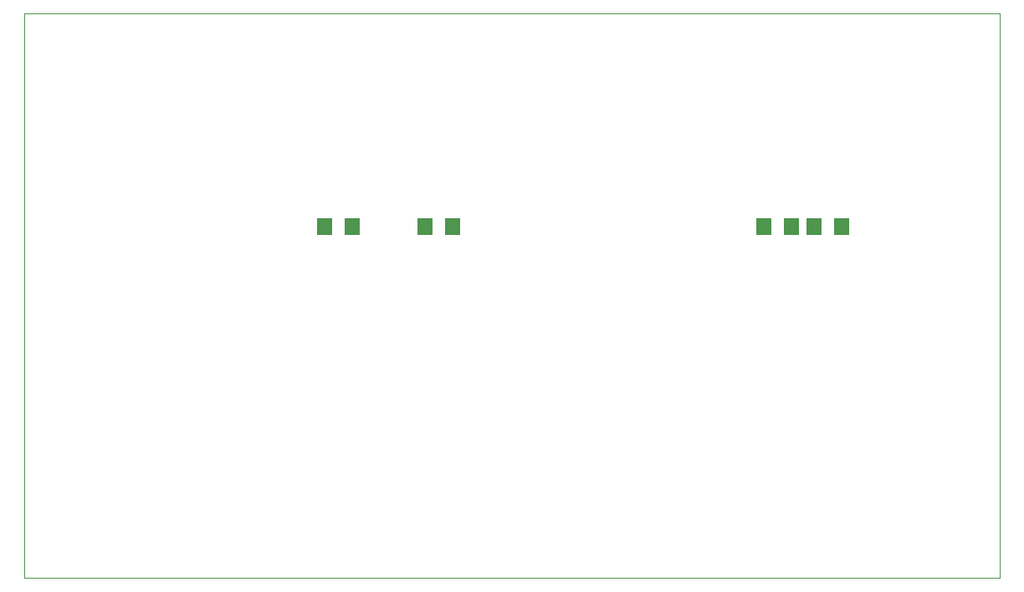
<source format=gbp>
G75*
%MOIN*%
%OFA0B0*%
%FSLAX25Y25*%
%IPPOS*%
%LPD*%
%AMOC8*
5,1,8,0,0,1.08239X$1,22.5*
%
%ADD10C,0.00000*%
%ADD11R,0.06299X0.07087*%
D10*
X0005620Y0040337D02*
X0005620Y0265298D01*
X0394321Y0265298D01*
X0394321Y0040337D01*
X0005620Y0040337D01*
D11*
X0125108Y0180337D03*
X0136132Y0180337D03*
X0165108Y0180337D03*
X0176132Y0180337D03*
X0300108Y0180337D03*
X0311132Y0180337D03*
X0320108Y0180337D03*
X0331132Y0180337D03*
M02*

</source>
